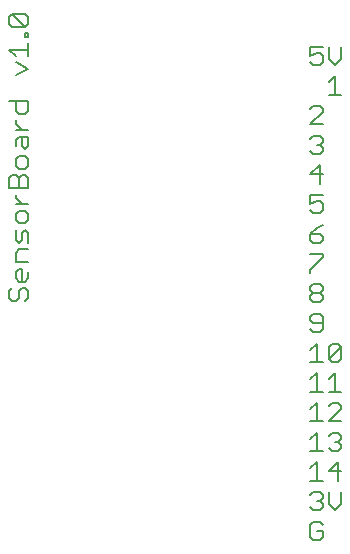
<source format=gbr>
G75*
%MOIN*%
%OFA0B0*%
%FSLAX25Y25*%
%IPPOS*%
%LPD*%
%AMOC8*
5,1,8,0,0,1.08239X$1,22.5*
%
%ADD10C,0.00500*%
%ADD11C,0.00600*%
D10*
X0106833Y0043836D02*
X0107851Y0042819D01*
X0109886Y0042819D01*
X0110903Y0043836D01*
X0110903Y0045871D01*
X0108868Y0045871D01*
X0106833Y0047906D02*
X0106833Y0043836D01*
X0106833Y0047906D02*
X0107851Y0048924D01*
X0109886Y0048924D01*
X0110903Y0047906D01*
X0109886Y0052719D02*
X0107851Y0052719D01*
X0106833Y0053736D01*
X0108868Y0055771D02*
X0109886Y0055771D01*
X0110903Y0054754D01*
X0110903Y0053736D01*
X0109886Y0052719D01*
X0109886Y0055771D02*
X0110903Y0056789D01*
X0110903Y0057806D01*
X0109886Y0058824D01*
X0107851Y0058824D01*
X0106833Y0057806D01*
X0112911Y0058824D02*
X0112911Y0054754D01*
X0114946Y0052719D01*
X0116981Y0054754D01*
X0116981Y0058824D01*
X0115963Y0062619D02*
X0115963Y0068724D01*
X0112911Y0065671D01*
X0116981Y0065671D01*
X0110903Y0062619D02*
X0106833Y0062619D01*
X0108868Y0062619D02*
X0108868Y0068724D01*
X0106833Y0066689D01*
X0106833Y0072519D02*
X0110903Y0072519D01*
X0108868Y0072519D02*
X0108868Y0078624D01*
X0106833Y0076589D01*
X0112911Y0077606D02*
X0113928Y0078624D01*
X0115963Y0078624D01*
X0116981Y0077606D01*
X0116981Y0076589D01*
X0115963Y0075571D01*
X0116981Y0074554D01*
X0116981Y0073536D01*
X0115963Y0072519D01*
X0113928Y0072519D01*
X0112911Y0073536D01*
X0114946Y0075571D02*
X0115963Y0075571D01*
X0116981Y0082419D02*
X0112911Y0082419D01*
X0116981Y0086489D01*
X0116981Y0087506D01*
X0115963Y0088524D01*
X0113928Y0088524D01*
X0112911Y0087506D01*
X0108868Y0088524D02*
X0108868Y0082419D01*
X0106833Y0082419D02*
X0110903Y0082419D01*
X0106833Y0086489D02*
X0108868Y0088524D01*
X0108868Y0092319D02*
X0108868Y0098424D01*
X0106833Y0096389D01*
X0106833Y0092319D02*
X0110903Y0092319D01*
X0112911Y0092319D02*
X0116981Y0092319D01*
X0114946Y0092319D02*
X0114946Y0098424D01*
X0112911Y0096389D01*
X0113928Y0102219D02*
X0112911Y0103236D01*
X0116981Y0107306D01*
X0116981Y0103236D01*
X0115963Y0102219D01*
X0113928Y0102219D01*
X0112911Y0103236D02*
X0112911Y0107306D01*
X0113928Y0108324D01*
X0115963Y0108324D01*
X0116981Y0107306D01*
X0110903Y0102219D02*
X0106833Y0102219D01*
X0108868Y0102219D02*
X0108868Y0108324D01*
X0106833Y0106289D01*
X0107851Y0112119D02*
X0109886Y0112119D01*
X0110903Y0113136D01*
X0110903Y0117206D01*
X0109886Y0118224D01*
X0107851Y0118224D01*
X0106833Y0117206D01*
X0106833Y0116189D01*
X0107851Y0115171D01*
X0110903Y0115171D01*
X0107851Y0112119D02*
X0106833Y0113136D01*
X0107851Y0122019D02*
X0106833Y0123036D01*
X0106833Y0124054D01*
X0107851Y0125071D01*
X0109886Y0125071D01*
X0110903Y0124054D01*
X0110903Y0123036D01*
X0109886Y0122019D01*
X0107851Y0122019D01*
X0107851Y0125071D02*
X0106833Y0126089D01*
X0106833Y0127106D01*
X0107851Y0128124D01*
X0109886Y0128124D01*
X0110903Y0127106D01*
X0110903Y0126089D01*
X0109886Y0125071D01*
X0106833Y0131919D02*
X0106833Y0132936D01*
X0110903Y0137006D01*
X0110903Y0138024D01*
X0106833Y0138024D01*
X0107851Y0141819D02*
X0109886Y0141819D01*
X0110903Y0142836D01*
X0110903Y0143854D01*
X0109886Y0144871D01*
X0106833Y0144871D01*
X0106833Y0142836D01*
X0107851Y0141819D01*
X0106833Y0144871D02*
X0108868Y0146906D01*
X0110903Y0147924D01*
X0109886Y0151719D02*
X0107851Y0151719D01*
X0106833Y0152736D01*
X0106833Y0154771D02*
X0108868Y0155789D01*
X0109886Y0155789D01*
X0110903Y0154771D01*
X0110903Y0152736D01*
X0109886Y0151719D01*
X0106833Y0154771D02*
X0106833Y0157824D01*
X0110903Y0157824D01*
X0109886Y0161619D02*
X0109886Y0167724D01*
X0106833Y0164671D01*
X0110903Y0164671D01*
X0109886Y0171519D02*
X0107851Y0171519D01*
X0106833Y0172536D01*
X0108868Y0174571D02*
X0109886Y0174571D01*
X0110903Y0173554D01*
X0110903Y0172536D01*
X0109886Y0171519D01*
X0109886Y0174571D02*
X0110903Y0175589D01*
X0110903Y0176606D01*
X0109886Y0177624D01*
X0107851Y0177624D01*
X0106833Y0176606D01*
X0106833Y0181419D02*
X0110903Y0185489D01*
X0110903Y0186506D01*
X0109886Y0187524D01*
X0107851Y0187524D01*
X0106833Y0186506D01*
X0106833Y0181419D02*
X0110903Y0181419D01*
X0112911Y0191319D02*
X0116981Y0191319D01*
X0114946Y0191319D02*
X0114946Y0197424D01*
X0112911Y0195389D01*
X0114946Y0201219D02*
X0116981Y0203254D01*
X0116981Y0207324D01*
X0112911Y0207324D02*
X0112911Y0203254D01*
X0114946Y0201219D01*
X0110903Y0202236D02*
X0110903Y0204271D01*
X0109886Y0205289D01*
X0108868Y0205289D01*
X0106833Y0204271D01*
X0106833Y0207324D01*
X0110903Y0207324D01*
X0110903Y0202236D02*
X0109886Y0201219D01*
X0107851Y0201219D01*
X0106833Y0202236D01*
D11*
X0012846Y0204199D02*
X0012846Y0208470D01*
X0012846Y0206334D02*
X0006440Y0206334D01*
X0008576Y0204199D01*
X0008576Y0202024D02*
X0012846Y0199889D01*
X0008576Y0197754D01*
X0008576Y0189133D02*
X0008576Y0185930D01*
X0009643Y0184863D01*
X0011778Y0184863D01*
X0012846Y0185930D01*
X0012846Y0189133D01*
X0006440Y0189133D01*
X0008576Y0182694D02*
X0008576Y0181627D01*
X0010711Y0179492D01*
X0012846Y0179492D02*
X0008576Y0179492D01*
X0009643Y0177316D02*
X0012846Y0177316D01*
X0012846Y0174114D01*
X0011778Y0173046D01*
X0010711Y0174114D01*
X0010711Y0177316D01*
X0009643Y0177316D02*
X0008576Y0176249D01*
X0008576Y0174114D01*
X0009643Y0170871D02*
X0008576Y0169803D01*
X0008576Y0167668D01*
X0009643Y0166601D01*
X0011778Y0166601D01*
X0012846Y0167668D01*
X0012846Y0169803D01*
X0011778Y0170871D01*
X0009643Y0170871D01*
X0008576Y0164425D02*
X0007508Y0164425D01*
X0006440Y0163358D01*
X0006440Y0160155D01*
X0012846Y0160155D01*
X0012846Y0163358D01*
X0011778Y0164425D01*
X0010711Y0164425D01*
X0009643Y0163358D01*
X0009643Y0160155D01*
X0008576Y0157987D02*
X0008576Y0156919D01*
X0010711Y0154784D01*
X0012846Y0154784D02*
X0008576Y0154784D01*
X0009643Y0152609D02*
X0008576Y0151541D01*
X0008576Y0149406D01*
X0009643Y0148338D01*
X0011778Y0148338D01*
X0012846Y0149406D01*
X0012846Y0151541D01*
X0011778Y0152609D01*
X0009643Y0152609D01*
X0008576Y0146163D02*
X0008576Y0142960D01*
X0009643Y0141893D01*
X0010711Y0142960D01*
X0010711Y0145096D01*
X0011778Y0146163D01*
X0012846Y0145096D01*
X0012846Y0141893D01*
X0012846Y0139718D02*
X0009643Y0139718D01*
X0008576Y0138650D01*
X0008576Y0135447D01*
X0012846Y0135447D01*
X0010711Y0133272D02*
X0010711Y0129002D01*
X0011778Y0129002D02*
X0009643Y0129002D01*
X0008576Y0130069D01*
X0008576Y0132205D01*
X0009643Y0133272D01*
X0010711Y0133272D01*
X0012846Y0132205D02*
X0012846Y0130069D01*
X0011778Y0129002D01*
X0011778Y0126827D02*
X0012846Y0125759D01*
X0012846Y0123624D01*
X0011778Y0122556D01*
X0009643Y0123624D02*
X0009643Y0125759D01*
X0010711Y0126827D01*
X0011778Y0126827D01*
X0009643Y0123624D02*
X0008576Y0122556D01*
X0007508Y0122556D01*
X0006440Y0123624D01*
X0006440Y0125759D01*
X0007508Y0126827D01*
X0009643Y0163358D02*
X0008576Y0164425D01*
X0011778Y0210645D02*
X0011778Y0211712D01*
X0012846Y0211712D01*
X0012846Y0210645D01*
X0011778Y0210645D01*
X0011778Y0213868D02*
X0007508Y0213868D01*
X0006440Y0214935D01*
X0006440Y0217070D01*
X0007508Y0218138D01*
X0011778Y0213868D01*
X0012846Y0214935D01*
X0012846Y0217070D01*
X0011778Y0218138D01*
X0007508Y0218138D01*
M02*

</source>
